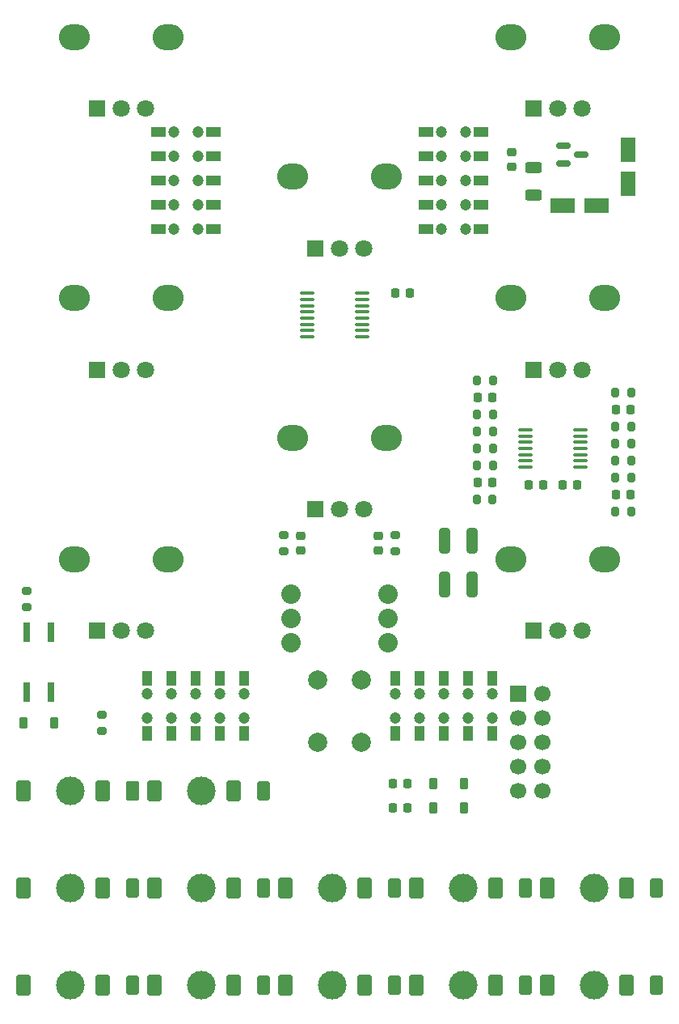
<source format=gbr>
%TF.GenerationSoftware,KiCad,Pcbnew,9.0.0*%
%TF.CreationDate,2025-03-18T19:24:19-04:00*%
%TF.ProjectId,200_Plattform,3230305f-506c-4617-9474-666f726d2e6b,A1*%
%TF.SameCoordinates,Original*%
%TF.FileFunction,Soldermask,Top*%
%TF.FilePolarity,Negative*%
%FSLAX45Y45*%
G04 Gerber Fmt 4.5, Leading zero omitted, Abs format (unit mm)*
G04 Created by KiCad (PCBNEW 9.0.0) date 2025-03-18 19:24:19*
%MOMM*%
%LPD*%
G01*
G04 APERTURE LIST*
G04 Aperture macros list*
%AMRoundRect*
0 Rectangle with rounded corners*
0 $1 Rounding radius*
0 $2 $3 $4 $5 $6 $7 $8 $9 X,Y pos of 4 corners*
0 Add a 4 corners polygon primitive as box body*
4,1,4,$2,$3,$4,$5,$6,$7,$8,$9,$2,$3,0*
0 Add four circle primitives for the rounded corners*
1,1,$1+$1,$2,$3*
1,1,$1+$1,$4,$5*
1,1,$1+$1,$6,$7*
1,1,$1+$1,$8,$9*
0 Add four rect primitives between the rounded corners*
20,1,$1+$1,$2,$3,$4,$5,0*
20,1,$1+$1,$4,$5,$6,$7,0*
20,1,$1+$1,$6,$7,$8,$9,0*
20,1,$1+$1,$8,$9,$2,$3,0*%
G04 Aperture macros list end*
%ADD10RoundRect,0.225000X-0.225000X-0.250000X0.225000X-0.250000X0.225000X0.250000X-0.225000X0.250000X0*%
%ADD11RoundRect,0.200000X0.200000X0.275000X-0.200000X0.275000X-0.200000X-0.275000X0.200000X-0.275000X0*%
%ADD12O,3.240000X2.720000*%
%ADD13R,1.800000X1.800000*%
%ADD14C,1.800000*%
%ADD15RoundRect,0.200000X-0.200000X-0.275000X0.200000X-0.275000X0.200000X0.275000X-0.200000X0.275000X0*%
%ADD16C,3.000000*%
%ADD17RoundRect,0.269231X0.430769X-0.730769X0.430769X0.730769X-0.430769X0.730769X-0.430769X-0.730769X0*%
%ADD18RoundRect,0.176056X0.573944X-0.923944X0.573944X0.923944X-0.573944X0.923944X-0.573944X-0.923944X0*%
%ADD19C,1.200000*%
%ADD20R,1.500000X1.000000*%
%ADD21RoundRect,0.225000X0.225000X0.375000X-0.225000X0.375000X-0.225000X-0.375000X0.225000X-0.375000X0*%
%ADD22RoundRect,0.225000X0.225000X0.250000X-0.225000X0.250000X-0.225000X-0.250000X0.225000X-0.250000X0*%
%ADD23RoundRect,0.250000X0.312500X1.075000X-0.312500X1.075000X-0.312500X-1.075000X0.312500X-1.075000X0*%
%ADD24RoundRect,0.150000X-0.587500X-0.150000X0.587500X-0.150000X0.587500X0.150000X-0.587500X0.150000X0*%
%ADD25C,2.000000*%
%ADD26R,1.000000X1.500000*%
%ADD27RoundRect,0.218750X0.256250X-0.218750X0.256250X0.218750X-0.256250X0.218750X-0.256250X-0.218750X0*%
%ADD28C,2.032000*%
%ADD29RoundRect,0.225000X-0.225000X-0.375000X0.225000X-0.375000X0.225000X0.375000X-0.225000X0.375000X0*%
%ADD30RoundRect,0.225000X0.250000X-0.225000X0.250000X0.225000X-0.250000X0.225000X-0.250000X-0.225000X0*%
%ADD31R,0.640000X2.000000*%
%ADD32RoundRect,0.191257X0.508743X-0.808743X0.508743X0.808743X-0.508743X0.808743X-0.508743X-0.808743X0*%
%ADD33RoundRect,0.200000X-0.275000X0.200000X-0.275000X-0.200000X0.275000X-0.200000X0.275000X0.200000X0*%
%ADD34RoundRect,0.250000X0.550000X-1.050000X0.550000X1.050000X-0.550000X1.050000X-0.550000X-1.050000X0*%
%ADD35RoundRect,0.250000X1.050000X0.550000X-1.050000X0.550000X-1.050000X-0.550000X1.050000X-0.550000X0*%
%ADD36RoundRect,0.100000X-0.637500X-0.100000X0.637500X-0.100000X0.637500X0.100000X-0.637500X0.100000X0*%
%ADD37RoundRect,0.200000X0.275000X-0.200000X0.275000X0.200000X-0.275000X0.200000X-0.275000X-0.200000X0*%
%ADD38RoundRect,0.250000X-0.625000X0.312500X-0.625000X-0.312500X0.625000X-0.312500X0.625000X0.312500X0*%
%ADD39R,1.700000X1.700000*%
%ADD40C,1.700000*%
G04 APERTURE END LIST*
D10*
%TO.C,C4*%
X10742900Y-7899400D03*
X10897900Y-7899400D03*
%TD*%
D11*
%TO.C,R11*%
X10902900Y-8255000D03*
X10737900Y-8255000D03*
%TD*%
%TO.C,R14*%
X10902900Y-8610600D03*
X10737900Y-8610600D03*
%TD*%
D12*
%TO.C,RV5*%
X7358600Y-8190800D03*
X8338600Y-8190800D03*
D13*
X7598600Y-8940800D03*
D14*
X7848600Y-8940800D03*
X8098600Y-8940800D03*
%TD*%
D15*
%TO.C,R7*%
X9290100Y-7594600D03*
X9455100Y-7594600D03*
%TD*%
D16*
%TO.C,J7*%
X7772100Y-13919200D03*
D17*
X8420100Y-13919200D03*
D18*
X7280100Y-13919200D03*
X8110100Y-13919200D03*
%TD*%
D19*
%TO.C,J13*%
X6113800Y-4990200D03*
X6113800Y-5244200D03*
X6113800Y-5498200D03*
X6113800Y-5752200D03*
X6113800Y-6006200D03*
X6367800Y-4990200D03*
X6367800Y-5244200D03*
X6367800Y-5498200D03*
X6367800Y-5752200D03*
X6367800Y-6006200D03*
D20*
X5950800Y-4990200D03*
X5950800Y-5244200D03*
X5950800Y-5498200D03*
X5950800Y-5752200D03*
X5950800Y-6006200D03*
X6530800Y-6006200D03*
X6530800Y-5752200D03*
X6530800Y-5498200D03*
X6530800Y-5244200D03*
X6530800Y-4990200D03*
%TD*%
D15*
%TO.C,R12*%
X10737900Y-8432800D03*
X10902900Y-8432800D03*
%TD*%
D16*
%TO.C,J3*%
X7772100Y-12903200D03*
D17*
X8420100Y-12903200D03*
D18*
X7280100Y-12903200D03*
X8110100Y-12903200D03*
%TD*%
D16*
%TO.C,J8*%
X9143700Y-13919200D03*
D17*
X9791700Y-13919200D03*
D18*
X8651700Y-13919200D03*
X9481700Y-13919200D03*
%TD*%
D21*
%TO.C,D5*%
X9156600Y-11811000D03*
X8826600Y-11811000D03*
%TD*%
D22*
%TO.C,C9*%
X8561100Y-12065000D03*
X8406100Y-12065000D03*
%TD*%
D23*
%TO.C,R3*%
X9239450Y-9728200D03*
X8946950Y-9728200D03*
%TD*%
D22*
%TO.C,C6*%
X10339100Y-8686800D03*
X10184100Y-8686800D03*
%TD*%
D12*
%TO.C,RV8*%
X9644600Y-9460800D03*
X10624600Y-9460800D03*
D13*
X9884600Y-10210800D03*
D14*
X10134600Y-10210800D03*
X10384600Y-10210800D03*
%TD*%
D24*
%TO.C,U3*%
X10193250Y-5137400D03*
X10193250Y-5327400D03*
X10380750Y-5232400D03*
%TD*%
D25*
%TO.C,SW1*%
X7623600Y-11374000D03*
X7623600Y-10724000D03*
X8073600Y-11374000D03*
X8073600Y-10724000D03*
%TD*%
D19*
%TO.C,J15*%
X8432800Y-11125200D03*
X8686800Y-11125200D03*
X8940800Y-11125200D03*
X9194800Y-11125200D03*
X9448800Y-11125200D03*
X8432800Y-10871200D03*
X8686800Y-10871200D03*
X8940800Y-10871200D03*
X9194800Y-10871200D03*
X9448800Y-10871200D03*
D26*
X8432800Y-11288200D03*
X8686800Y-11288200D03*
X8940800Y-11288200D03*
X9194800Y-11288200D03*
X9448800Y-11288200D03*
X9448800Y-10708200D03*
X9194800Y-10708200D03*
X8940800Y-10708200D03*
X8686800Y-10708200D03*
X8432800Y-10708200D03*
%TD*%
D27*
%TO.C,D3*%
X8255000Y-9375150D03*
X8255000Y-9217650D03*
%TD*%
D28*
%TO.C,SW3*%
X8356600Y-9829800D03*
X8356600Y-10083800D03*
X8356600Y-10337800D03*
%TD*%
D11*
%TO.C,R8*%
X9455100Y-8305800D03*
X9290100Y-8305800D03*
%TD*%
D12*
%TO.C,RV1*%
X5072600Y-3999800D03*
X6052600Y-3999800D03*
D13*
X5312600Y-4749800D03*
D14*
X5562600Y-4749800D03*
X5812600Y-4749800D03*
%TD*%
D16*
%TO.C,J5*%
X5028900Y-13919200D03*
D17*
X5676900Y-13919200D03*
D18*
X4536900Y-13919200D03*
X5366900Y-13919200D03*
%TD*%
D22*
%TO.C,C2*%
X9450100Y-8661400D03*
X9295100Y-8661400D03*
%TD*%
D29*
%TO.C,D4*%
X8826600Y-12065000D03*
X9156600Y-12065000D03*
%TD*%
D11*
%TO.C,R10*%
X9455100Y-8483600D03*
X9290100Y-8483600D03*
%TD*%
D30*
%TO.C,C11*%
X9652000Y-5362000D03*
X9652000Y-5207000D03*
%TD*%
D31*
%TO.C,U1*%
X4572000Y-10856000D03*
X4826000Y-10856000D03*
X4826000Y-10226000D03*
X4572000Y-10226000D03*
%TD*%
D16*
%TO.C,J9*%
X6400497Y-11887200D03*
D17*
X7048497Y-11887200D03*
D18*
X5908497Y-11887200D03*
X6738497Y-11887200D03*
%TD*%
D15*
%TO.C,R5*%
X9290100Y-7950200D03*
X9455100Y-7950200D03*
%TD*%
D16*
%TO.C,J10*%
X5028900Y-11887200D03*
D18*
X5366900Y-11887200D03*
D32*
X5676900Y-11887200D03*
D18*
X4536900Y-11887200D03*
%TD*%
D15*
%TO.C,R16*%
X10737900Y-7721600D03*
X10902900Y-7721600D03*
%TD*%
D19*
%TO.C,J16*%
X8913800Y-4990200D03*
X8913800Y-5244200D03*
X8913800Y-5498200D03*
X8913800Y-5752200D03*
X8913800Y-6006200D03*
X9167800Y-4990200D03*
X9167800Y-5244200D03*
X9167800Y-5498200D03*
X9167800Y-5752200D03*
X9167800Y-6006200D03*
D20*
X8750800Y-4990200D03*
X8750800Y-5244200D03*
X8750800Y-5498200D03*
X8750800Y-5752200D03*
X8750800Y-6006200D03*
X9330800Y-6006200D03*
X9330800Y-5752200D03*
X9330800Y-5498200D03*
X9330800Y-5244200D03*
X9330800Y-4990200D03*
%TD*%
D10*
%TO.C,C10*%
X8407400Y-11811000D03*
X8562400Y-11811000D03*
%TD*%
D15*
%TO.C,R13*%
X10737900Y-8966200D03*
X10902900Y-8966200D03*
%TD*%
D11*
%TO.C,R15*%
X10902900Y-8077200D03*
X10737900Y-8077200D03*
%TD*%
D33*
%TO.C,R17*%
X7264400Y-9213900D03*
X7264400Y-9378900D03*
%TD*%
D23*
%TO.C,R4*%
X9239450Y-9271000D03*
X8946950Y-9271000D03*
%TD*%
D34*
%TO.C,C7*%
X10871200Y-5539400D03*
X10871200Y-5179400D03*
%TD*%
D16*
%TO.C,J1*%
X5028900Y-12903200D03*
D17*
X5676900Y-12903200D03*
D18*
X4536900Y-12903200D03*
X5366900Y-12903200D03*
%TD*%
D12*
%TO.C,RV6*%
X9644600Y-3999800D03*
X10624600Y-3999800D03*
D13*
X9884600Y-4749800D03*
D14*
X10134600Y-4749800D03*
X10384600Y-4749800D03*
%TD*%
D35*
%TO.C,C8*%
X10543200Y-5765800D03*
X10183200Y-5765800D03*
%TD*%
D16*
%TO.C,J6*%
X6400500Y-13919200D03*
D17*
X7048500Y-13919200D03*
D18*
X5908500Y-13919200D03*
X6738500Y-13919200D03*
%TD*%
D36*
%TO.C,U4*%
X7511550Y-6681300D03*
X7511550Y-6746300D03*
X7511550Y-6811300D03*
X7511550Y-6876300D03*
X7511550Y-6941300D03*
X7511550Y-7006300D03*
X7511550Y-7071300D03*
X7511550Y-7136300D03*
X8084050Y-7136300D03*
X8084050Y-7071300D03*
X8084050Y-7006300D03*
X8084050Y-6941300D03*
X8084050Y-6876300D03*
X8084050Y-6811300D03*
X8084050Y-6746300D03*
X8084050Y-6681300D03*
%TD*%
D11*
%TO.C,R6*%
X9455100Y-8128000D03*
X9290100Y-8128000D03*
%TD*%
D10*
%TO.C,C1*%
X9295100Y-7772400D03*
X9450100Y-7772400D03*
%TD*%
%TO.C,C3*%
X10742900Y-8788400D03*
X10897900Y-8788400D03*
%TD*%
D12*
%TO.C,RV3*%
X5072600Y-9460800D03*
X6052600Y-9460800D03*
D13*
X5312600Y-10210800D03*
D14*
X5562600Y-10210800D03*
X5812600Y-10210800D03*
%TD*%
D19*
%TO.C,J14*%
X5832800Y-11125200D03*
X6086800Y-11125200D03*
X6340800Y-11125200D03*
X6594800Y-11125200D03*
X6848800Y-11125200D03*
X5832800Y-10871200D03*
X6086800Y-10871200D03*
X6340800Y-10871200D03*
X6594800Y-10871200D03*
X6848800Y-10871200D03*
D26*
X5832800Y-11288200D03*
X6086800Y-11288200D03*
X6340800Y-11288200D03*
X6594800Y-11288200D03*
X6848800Y-11288200D03*
X6848800Y-10708200D03*
X6594800Y-10708200D03*
X6340800Y-10708200D03*
X6086800Y-10708200D03*
X5832800Y-10708200D03*
%TD*%
D16*
%TO.C,J12*%
X10515300Y-13919200D03*
D17*
X11163300Y-13919200D03*
D18*
X10023300Y-13919200D03*
X10853300Y-13919200D03*
%TD*%
D33*
%TO.C,R18*%
X8432800Y-9213900D03*
X8432800Y-9378900D03*
%TD*%
D28*
%TO.C,SW2*%
X7340600Y-9829800D03*
X7340600Y-10083800D03*
X7340600Y-10337800D03*
%TD*%
D37*
%TO.C,R2*%
X4572000Y-9963100D03*
X4572000Y-9798100D03*
%TD*%
D12*
%TO.C,RV4*%
X7358600Y-5460300D03*
X8338600Y-5460300D03*
D13*
X7598600Y-6210300D03*
D14*
X7848600Y-6210300D03*
X8098600Y-6210300D03*
%TD*%
D36*
%TO.C,U2*%
X9797550Y-8110800D03*
X9797550Y-8175800D03*
X9797550Y-8240800D03*
X9797550Y-8305800D03*
X9797550Y-8370800D03*
X9797550Y-8435800D03*
X9797550Y-8500800D03*
X10370050Y-8500800D03*
X10370050Y-8435800D03*
X10370050Y-8370800D03*
X10370050Y-8305800D03*
X10370050Y-8240800D03*
X10370050Y-8175800D03*
X10370050Y-8110800D03*
%TD*%
D16*
%TO.C,J2*%
X6400500Y-12903200D03*
D17*
X7048500Y-12903200D03*
D18*
X5908500Y-12903200D03*
X6738500Y-12903200D03*
%TD*%
D16*
%TO.C,J11*%
X10515300Y-12903200D03*
D17*
X11163300Y-12903200D03*
D18*
X10023300Y-12903200D03*
X10853300Y-12903200D03*
%TD*%
D10*
%TO.C,C12*%
X8431500Y-6680200D03*
X8586500Y-6680200D03*
%TD*%
D15*
%TO.C,R9*%
X9283800Y-8839200D03*
X9448800Y-8839200D03*
%TD*%
D12*
%TO.C,RV2*%
X5072600Y-6730300D03*
X6052600Y-6730300D03*
D13*
X5312600Y-7480300D03*
D14*
X5562600Y-7480300D03*
X5812600Y-7480300D03*
%TD*%
D22*
%TO.C,C5*%
X9984800Y-8686800D03*
X9829800Y-8686800D03*
%TD*%
D38*
%TO.C,R19*%
X9880600Y-5365550D03*
X9880600Y-5658050D03*
%TD*%
D29*
%TO.C,D1*%
X4534000Y-11176000D03*
X4864000Y-11176000D03*
%TD*%
D27*
%TO.C,D2*%
X7442200Y-9375150D03*
X7442200Y-9217650D03*
%TD*%
D37*
%TO.C,R1*%
X5359400Y-11258500D03*
X5359400Y-11093500D03*
%TD*%
D39*
%TO.C,J17*%
X9718800Y-10873200D03*
D40*
X9972800Y-10873200D03*
X9718800Y-11127200D03*
X9972800Y-11127200D03*
X9718800Y-11381200D03*
X9972800Y-11381200D03*
X9718800Y-11635200D03*
X9972800Y-11635200D03*
X9718800Y-11889200D03*
X9972800Y-11889200D03*
%TD*%
D12*
%TO.C,RV7*%
X9644600Y-6730300D03*
X10624600Y-6730300D03*
D13*
X9884600Y-7480300D03*
D14*
X10134600Y-7480300D03*
X10384600Y-7480300D03*
%TD*%
D16*
%TO.C,J4*%
X9143700Y-12903200D03*
D17*
X9791700Y-12903200D03*
D18*
X8651700Y-12903200D03*
X9481700Y-12903200D03*
%TD*%
M02*

</source>
